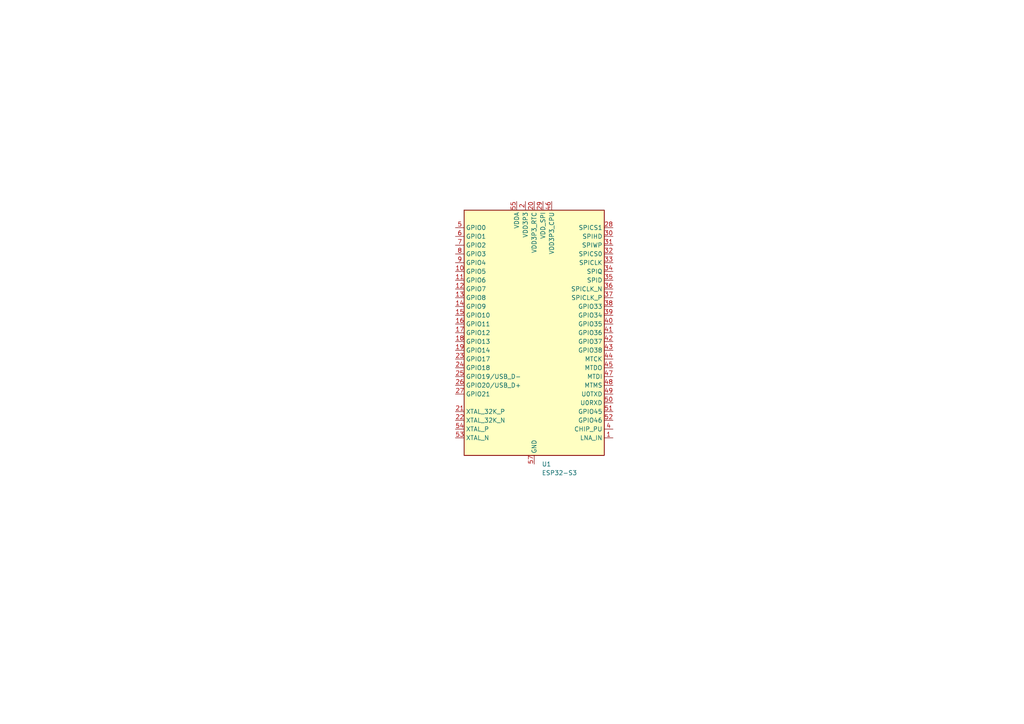
<source format=kicad_sch>
(kicad_sch (version 20231120) (generator "eeschema") (generator_version "8.0")
  (paper "A4")
  (lib_symbols
    (symbol "MCU_Espressif:ESP32-S3"
      (property "Reference" "U" (at 10.16 -38.1 0))
      (property "Value" "ESP32-S3" (at 13.97 -40.64 0))
      (symbol "ESP32-S3_0_1"
        (rectangle (start -20.32 35.56) (end 20.32 -35.56) (stroke (width 0.254)) (fill (type background)))
      )
      (symbol "ESP32-S3_1_0"
        (pin bidirectional line (at 22.86 12.7 180) (length 2.54) (name "SPICLK_N") (number "36"))
        (pin bidirectional line (at 22.86 -10.16 180) (length 2.54) (name "MTDO") (number "45"))
        (pin bidirectional line (at 22.86 -22.86 180) (length 2.54) (name "GPIO45") (number "51"))
        (pin passive line (at -5.08 38.1 270) (length 2.54) hide (name "VDDA") (number "56"))
      )
      (symbol "ESP32-S3_1_1"
        (pin bidirectional line (at 22.86 -30.48 180) (length 2.54) (name "LNA_IN") (number "1"))
        (pin bidirectional line (at -22.86 17.78 0) (length 2.54) (name "GPIO5") (number "10"))
        (pin bidirectional line (at -22.86 15.24 0) (length 2.54) (name "GPIO6") (number "11"))
        (pin bidirectional line (at -22.86 12.7 0) (length 2.54) (name "GPIO7") (number "12"))
        (pin bidirectional line (at -22.86 10.16 0) (length 2.54) (name "GPIO8") (number "13"))
        (pin bidirectional line (at -22.86 7.62 0) (length 2.54) (name "GPIO9") (number "14"))
        (pin bidirectional line (at -22.86 5.08 0) (length 2.54) (name "GPIO10") (number "15"))
        (pin bidirectional line (at -22.86 2.54 0) (length 2.54) (name "GPIO11") (number "16"))
        (pin bidirectional line (at -22.86 0 0) (length 2.54) (name "GPIO12") (number "17"))
        (pin bidirectional line (at -22.86 -2.54 0) (length 2.54) (name "GPIO13") (number "18"))
        (pin bidirectional line (at -22.86 -5.08 0) (length 2.54) (name "GPIO14") (number "19"))
        (pin power_in line (at -2.54 38.1 270) (length 2.54) (name "VDD3P3") (number "2"))
        (pin power_in line (at 0 38.1 270) (length 2.54) (name "VDD3P3_RTC") (number "20"))
        (pin passive line (at -22.86 -22.86 0) (length 2.54) (name "XTAL_32K_P") (number "21"))
        (pin passive line (at -22.86 -25.4 0) (length 2.54) (name "XTAL_32K_N") (number "22"))
        (pin bidirectional line (at -22.86 -7.62 0) (length 2.54) (name "GPIO17") (number "23"))
        (pin bidirectional line (at -22.86 -10.16 0) (length 2.54) (name "GPIO18") (number "24"))
        (pin bidirectional line (at -22.86 -12.7 0) (length 2.54) (name "GPIO19/USB_D-") (number "25"))
        (pin bidirectional line (at -22.86 -15.24 0) (length 2.54) (name "GPIO20/USB_D+") (number "26"))
        (pin bidirectional line (at -22.86 -17.78 0) (length 2.54) (name "GPIO21") (number "27"))
        (pin bidirectional line (at 22.86 30.48 180) (length 2.54) (name "SPICS1") (number "28"))
        (pin power_in line (at 2.54 38.1 270) (length 2.54) (name "VDD_SPI") (number "29"))
        (pin passive line (at -2.54 38.1 270) (length 2.54) hide (name "VDD3P3") (number "3"))
        (pin bidirectional line (at 22.86 27.94 180) (length 2.54) (name "SPIHD") (number "30"))
        (pin bidirectional line (at 22.86 25.4 180) (length 2.54) (name "SPIWP") (number "31"))
        (pin bidirectional line (at 22.86 22.86 180) (length 2.54) (name "SPICS0") (number "32"))
        (pin bidirectional line (at 22.86 20.32 180) (length 2.54) (name "SPICLK") (number "33"))
        (pin bidirectional line (at 22.86 17.78 180) (length 2.54) (name "SPIQ") (number "34"))
        (pin bidirectional line (at 22.86 15.24 180) (length 2.54) (name "SPID") (number "35"))
        (pin bidirectional line (at 22.86 10.16 180) (length 2.54) (name "SPICLK_P") (number "37"))
        (pin bidirectional line (at 22.86 7.62 180) (length 2.54) (name "GPIO33") (number "38"))
        (pin bidirectional line (at 22.86 5.08 180) (length 2.54) (name "GPIO34") (number "39"))
        (pin input line (at 22.86 -27.94 180) (length 2.54) (name "CHIP_PU") (number "4"))
        (pin bidirectional line (at 22.86 2.54 180) (length 2.54) (name "GPIO35") (number "40"))
        (pin bidirectional line (at 22.86 0 180) (length 2.54) (name "GPIO36") (number "41"))
        (pin bidirectional line (at 22.86 -2.54 180) (length 2.54) (name "GPIO37") (number "42"))
        (pin bidirectional line (at 22.86 -5.08 180) (length 2.54) (name "GPIO38") (number "43"))
        (pin bidirectional line (at 22.86 -7.62 180) (length 2.54) (name "MTCK") (number "44"))
        (pin power_in line (at 5.08 38.1 270) (length 2.54) (name "VDD3P3_CPU") (number "46"))
        (pin bidirectional line (at 22.86 -12.7 180) (length 2.54) (name "MTDI") (number "47"))
        (pin bidirectional line (at 22.86 -15.24 180) (length 2.54) (name "MTMS") (number "48"))
        (pin bidirectional line (at 22.86 -17.78 180) (length 2.54) (name "U0TXD") (number "49"))
        (pin bidirectional line (at -22.86 30.48 0) (length 2.54) (name "GPIO0") (number "5"))
        (pin bidirectional line (at 22.86 -20.32 180) (length 2.54) (name "U0RXD") (number "50"))
        (pin bidirectional line (at 22.86 -25.4 180) (length 2.54) (name "GPIO46") (number "52"))
        (pin output line (at -22.86 -30.48 0) (length 2.54) (name "XTAL_N") (number "53"))
        (pin input line (at -22.86 -27.94 0) (length 2.54) (name "XTAL_P") (number "54"))
        (pin power_in line (at -5.08 38.1 270) (length 2.54) (name "VDDA") (number "55"))
        (pin power_in line (at 0 -38.1 90) (length 2.54) (name "GND") (number "57"))
        (pin bidirectional line (at -22.86 27.94 0) (length 2.54) (name "GPIO1") (number "6"))
        (pin bidirectional line (at -22.86 25.4 0) (length 2.54) (name "GPIO2") (number "7"))
        (pin bidirectional line (at -22.86 22.86 0) (length 2.54) (name "GPIO3") (number "8"))
        (pin bidirectional line (at -22.86 20.32 0) (length 2.54) (name "GPIO4") (number "9"))
      )
    )
  )
  (symbol (lib_id "MCU_Espressif:ESP32-S3") (at 154.94 96.52 0) (unit 1)
    (property "Reference" "U1" (at 157.1341 134.62 0) (effects (justify left)))
    (property "Value" "ESP32-S3" (at 157.1341 137.16 0) (effects (justify left)))
    (property "Footprint" "Package_DFN_QFN:QFN-56-1EP_7x7mm_P0.4mm_EP4x4mm" (effects (hide yes)))
    (property "Datasheet" "https://www.espressif.com/sites/default/files/documentation/esp32-s3_datasheet_en.pdf" (effects (hide yes)))
    (property "Description" "Microcontroller, Wi-Fi 802.11b/g/n, Bluetooth, 32bit" (effects (hide yes)))
  )
)
</source>
